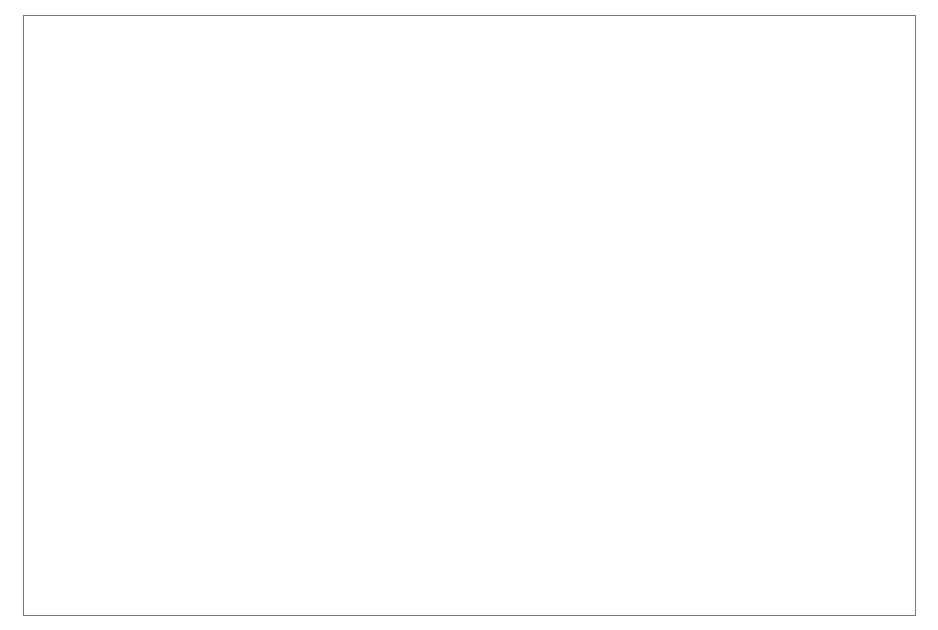
<source format=gbr>
%TF.GenerationSoftware,KiCad,Pcbnew,(5.1.10)-1*%
%TF.CreationDate,2021-10-13T19:13:19-05:00*%
%TF.ProjectId,electroporator,656c6563-7472-46f7-906f-7261746f722e,rev?*%
%TF.SameCoordinates,Original*%
%TF.FileFunction,Profile,NP*%
%FSLAX46Y46*%
G04 Gerber Fmt 4.6, Leading zero omitted, Abs format (unit mm)*
G04 Created by KiCad (PCBNEW (5.1.10)-1) date 2021-10-13 19:13:19*
%MOMM*%
%LPD*%
G01*
G04 APERTURE LIST*
%TA.AperFunction,Profile*%
%ADD10C,0.050000*%
%TD*%
G04 APERTURE END LIST*
D10*
X174625000Y-63500000D02*
X99060000Y-63500000D01*
X174625000Y-114300000D02*
X174625000Y-63500000D01*
X99060000Y-114300000D02*
X174625000Y-114300000D01*
X99060000Y-63500000D02*
X99060000Y-114300000D01*
M02*

</source>
